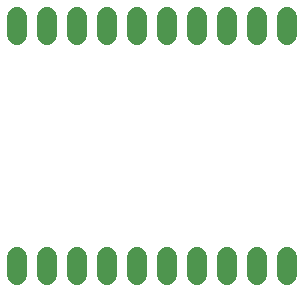
<source format=gbs>
G75*
G70*
%OFA0B0*%
%FSLAX24Y24*%
%IPPOS*%
%LPD*%
%AMOC8*
5,1,8,0,0,1.08239X$1,22.5*
%
%ADD10C,0.0680*%
D10*
X000830Y000610D02*
X000830Y001210D01*
X001830Y001210D02*
X001830Y000610D01*
X002830Y000610D02*
X002830Y001210D01*
X003830Y001210D02*
X003830Y000610D01*
X004830Y000610D02*
X004830Y001210D01*
X005830Y001210D02*
X005830Y000610D01*
X006830Y000610D02*
X006830Y001210D01*
X007830Y001210D02*
X007830Y000610D01*
X008830Y000610D02*
X008830Y001210D01*
X009830Y001210D02*
X009830Y000610D01*
X009830Y008610D02*
X009830Y009210D01*
X008830Y009210D02*
X008830Y008610D01*
X007830Y008610D02*
X007830Y009210D01*
X006830Y009210D02*
X006830Y008610D01*
X005830Y008610D02*
X005830Y009210D01*
X004830Y009210D02*
X004830Y008610D01*
X003830Y008610D02*
X003830Y009210D01*
X002830Y009210D02*
X002830Y008610D01*
X001830Y008610D02*
X001830Y009210D01*
X000830Y009210D02*
X000830Y008610D01*
M02*

</source>
